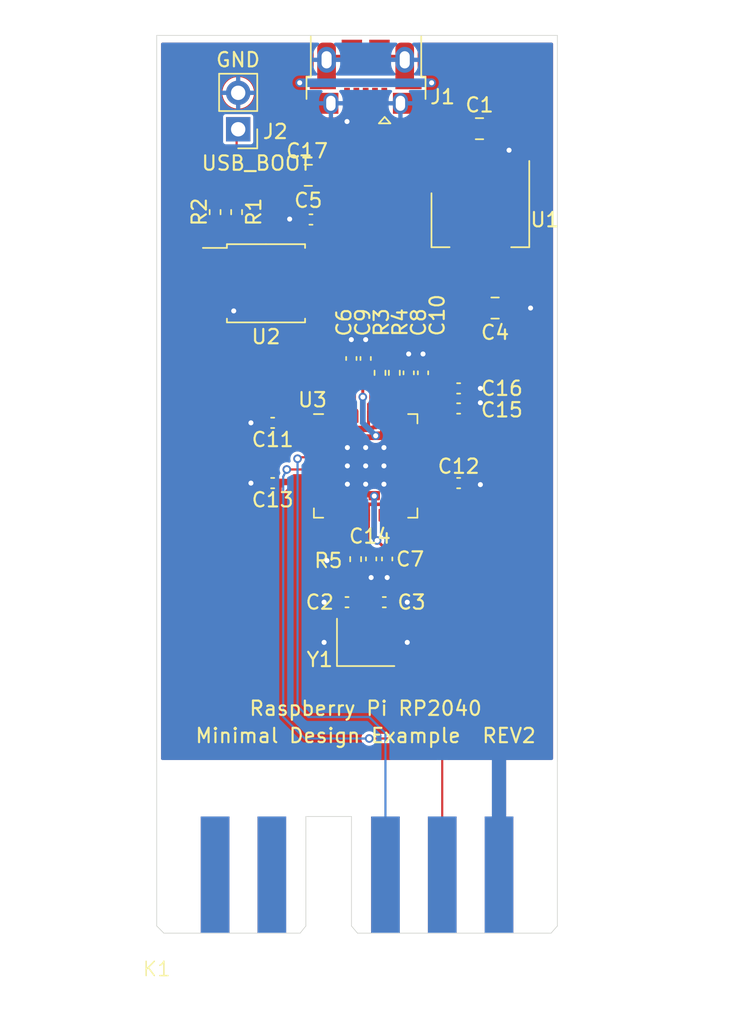
<source format=kicad_pcb>
(kicad_pcb (version 20240108) (generator "pcbnew") (generator_version "8.0")
  (title_block (title "RP2040 Minimal Design Example") (date "2024-01-16") (rev "REV2") (company "Raspberry Pi Ltd"))
  (layers (0 "F.Cu" signal) (31 "B.Cu" signal) (34 "B.Paste" user) (35 "F.Paste" user) (36 "B.SilkS" user "B.Silkscreen") (37 "F.SilkS" user "F.Silkscreen") (38 "B.Mask" user) (39 "F.Mask" user) (44 "Edge.Cuts" user))
  (net 0 "")
  (net 1 "GND")
  (net 2 "VBUS")
  (net 3 "/XIN")
  (net 4 "/XOUT")
  (net 5 "+3V3")
  (net 6 "+1V1")
  (net 8 "/~{USB_BOOT}")
  (net 9 "/GPIO15")
  (net 10 "/GPIO14")
  (net 11 "/GPIO13")
  (net 12 "/GPIO12")
  (net 13 "/GPIO11")
  (net 14 "/GPIO10")
  (net 15 "/GPIO9")
  (net 16 "/GPIO8")
  (net 17 "/GPIO7")
  (net 18 "/GPIO6")
  (net 19 "/GPIO3")
  (net 20 "/GPIO2")
  (net 21 "/GPIO1")
  (net 22 "/GPIO0")
  (net 23 "/GPIO29_ADC3")
  (net 24 "/GPIO28_ADC2")
  (net 25 "/GPIO27_ADC1")
  (net 26 "/GPIO26_ADC0")
  (net 27 "/GPIO25")
  (net 28 "/GPIO24")
  (net 29 "/GPIO23")
  (net 30 "/GPIO22")
  (net 31 "/GPIO21")
  (net 32 "/GPIO20")
  (net 33 "/GPIO19")
  (net 34 "/GPIO18")
  (net 35 "/GPIO17")
  (net 36 "/GPIO16")
  (net 37 "/RUN")
  (net 38 "/SWD")
  (net 39 "/SWCLK")
  (net 40 "/QSPI_SS")
  (net 41 "Net-(U3-USB_DP)")
  (net 42 "Net-(U3-USB_DM)")
  (net 43 "/QSPI_SD3")
  (net 44 "/QSPI_SCLK")
  (net 45 "/QSPI_SD0")
  (net 46 "/QSPI_SD2")
  (net 47 "/QSPI_SD1")
  (net 48 "/USB_D+")
  (net 49 "/USB_D-")
  (net 50 "Net-(C3-Pad1)")
  (net 52 "/SCL")
  (net 54 "/SDA")
  (footprint "Capacitor_SMD:C_0805_2012Metric" (layer "F.Cu") (at 109.025 89)
    (property "Reference" "C4" (at 0 1.7 0) (layer "F.SilkS"))
    (property "Value" "10u")
    (pad "1" smd roundrect (at -0.95 0) (size 1 1.45) (layers "F.Cu" "F.Paste" "F.Mask") (net 5 "+3V3"))
    (pad "2" smd roundrect (at 0.95 0) (size 1 1.45) (layers "F.Cu" "F.Paste" "F.Mask") (net 1 "GND"))
  )
  (footprint "RP2040_minimal:USB_Micro-B_Amphenol_10103594-0001LF_Horizontal_modified" (layer "F.Cu") (at 100 71.7 180)
    (property "Reference" "J1" (at -5.365 -2.58 180) (layer "F.SilkS"))
    (property "Value" "USB_B_Micro")
    (pad "1" smd rect (at -1.3 -2.825 270) (size 1.75 0.4) (layers "F.Cu" "F.Paste" "F.Mask") (net 2 "VBUS"))
    (pad "2" smd rect (at -0.65 -2.825 270) (size 1.75 0.4) (layers "F.Cu" "F.Paste" "F.Mask") (net 49 "/USB_D-"))
    (pad "3" smd rect (at 0 -2.825 270) (size 1.75 0.4) (layers "F.Cu" "F.Paste" "F.Mask") (net 48 "/USB_D+"))
    (pad "4" smd rect (at 0.65 -2.825 270) (size 1.75 0.4) (layers "F.Cu" "F.Paste" "F.Mask"))
    (pad "5" smd rect (at 1.3 -2.825 270) (size 1.75 0.4) (layers "F.Cu" "F.Paste" "F.Mask") (net 1 "GND"))
    (pad "6" smd rect (at -2.9875 -1.7 180) (size 1.825 0.7) (layers "F.Cu" "F.Paste" "F.Mask") (net 1 "GND"))
    (pad "6" smd rect (at -2.9 -3.03 180) (size 2 1.46) (layers "F.Cu" "F.Paste" "F.Mask") (net 1 "GND"))
    (pad "6" smd roundrect (at -2.725 -0.425 180) (size 1.3 3.25) (layers "F.Cu" "F.Paste" "F.Mask") (roundrect_rratio 0.296) (net 1 "GND"))
    (pad "6" thru_hole oval (at -2.725 0 270) (size 1.8 1.3) (drill oval 1.2 0.7) (layers "*.Cu" "*.Mask") (net 1 "GND"))
    (pad "6" thru_hole oval (at -2.425 -3.03 270) (size 1.45 1.05) (drill oval 1.05 0.65) (layers "*.Cu" "*.Mask") (net 1 "GND"))
    (pad "6" smd rect (at -0.9625 0.25 270) (size 2.4 1.425) (drill (offset 0.05 0)) (layers "F.Cu" "F.Paste" "F.Mask") (net 1 "GND"))
    (pad "6" smd rect (at 0.9625 0.25 270) (size 2.4 1.425) (drill (offset 0.05 0)) (layers "F.Cu" "F.Paste" "F.Mask") (net 1 "GND"))
    (pad "6" thru_hole oval (at 2.425 -3.03 270) (size 1.45 1.05) (drill oval 1.05 0.65) (layers "*.Cu" "*.Mask") (net 1 "GND"))
    (pad "6" smd roundrect (at 2.725 -0.425 180) (size 1.3 3.25) (layers "F.Cu" "F.Paste" "F.Mask") (roundrect_rratio 0.296) (net 1 "GND"))
    (pad "6" thru_hole oval (at 2.725 0 270) (size 1.8 1.3) (drill oval 1.2 0.7) (layers "*.Cu" "*.Mask") (net 1 "GND"))
    (pad "6" smd rect (at 2.9 -3.03 180) (size 2 1.46) (layers "F.Cu" "F.Paste" "F.Mask") (net 1 "GND"))
    (pad "6" smd rect (at 2.9875 -1.7 180) (size 1.825 0.7) (layers "F.Cu" "F.Paste" "F.Mask") (net 1 "GND"))
  )
  (footprint "Connector_PinHeader_2.54mm:PinHeader_1x02_P2.54mm_Vertical" (layer "F.Cu") (at 91.11 76.54 180)
    (property "Reference" "J2" (at -2.59 -0.16 0) (layer "F.SilkS"))
    (property "Value" "Conn_01x02")
    (pad "1" thru_hole rect (at 0 0 180) (size 1.7 1.7) (drill 1) (layers "*.Cu" "*.Mask") (net 8 "/~{USB_BOOT}"))
    (pad "2" thru_hole oval (at 0 2.54 180) (size 1.7 1.7) (drill 1) (layers "*.Cu" "*.Mask") (net 1 "GND"))
  )
  (footprint "Capacitor_SMD:C_0402_1005Metric" (layer "F.Cu") (at 104 93.515 90)
    (property "Reference" "C10" (at 4.015 0.99 90) (layer "F.SilkS"))
    (property "Value" "1u")
    (pad "1" smd roundrect (at -0.48 0 90) (size 0.56 0.62) (layers "F.Cu" "F.Paste" "F.Mask") (net 5 "+3V3"))
    (pad "2" smd roundrect (at 0.48 0 90) (size 0.56 0.62) (layers "F.Cu" "F.Paste" "F.Mask") (net 1 "GND"))
  )
  (footprint "Capacitor_SMD:C_0402_1005Metric" (layer "F.Cu") (at 103 93.515 90)
    (property "Reference" "C8" (at 3.515 0.69 90) (layer "F.SilkS"))
    (property "Value" "1u")
    (pad "1" smd roundrect (at -0.48 0 90) (size 0.56 0.62) (layers "F.Cu" "F.Paste" "F.Mask") (net 6 "+1V1"))
    (pad "2" smd roundrect (at 0.48 0 90) (size 0.56 0.62) (layers "F.Cu" "F.Paste" "F.Mask") (net 1 "GND"))
  )
  (footprint "Capacitor_SMD:C_0402_1005Metric" (layer "F.Cu") (at 93.515 101.2 180)
    (property "Reference" "C13" (at 0 -1.17 0) (layer "F.SilkS"))
    (property "Value" "100n")
    (pad "1" smd roundrect (at -0.48 0 180) (size 0.56 0.62) (layers "F.Cu" "F.Paste" "F.Mask") (net 5 "+3V3"))
    (pad "2" smd roundrect (at 0.48 0 180) (size 0.56 0.62) (layers "F.Cu" "F.Paste" "F.Mask") (net 1 "GND"))
  )
  (footprint "Capacitor_SMD:C_0402_1005Metric" (layer "F.Cu") (at 96.185 82.83 180)
    (property "Reference" "C5" (at 0.185 1.33 0) (layer "F.SilkS"))
    (property "Value" "100n")
    (pad "1" smd roundrect (at -0.48 0 180) (size 0.56 0.62) (layers "F.Cu" "F.Paste" "F.Mask") (net 5 "+3V3"))
    (pad "2" smd roundrect (at 0.48 0 180) (size 0.56 0.62) (layers "F.Cu" "F.Paste" "F.Mask") (net 1 "GND"))
  )
  (footprint "Resistor_SMD:R_0402_1005Metric" (layer "F.Cu") (at 89.5 82.315 -90)
    (property "Reference" "R2" (at -0.015 1.1 -90) (layer "F.SilkS"))
    (property "Value" "DNF")
    (pad "1" smd roundrect (at -0.51 0 270) (size 0.54 0.64) (layers "F.Cu" "F.Paste" "F.Mask") (net 5 "+3V3"))
    (pad "2" smd roundrect (at 0.51 0 270) (size 0.54 0.64) (layers "F.Cu" "F.Paste" "F.Mask") (net 40 "/QSPI_SS"))
  )
  (footprint "Package_TO_SOT_SMD:SOT-223-3_TabPin2" (layer "F.Cu") (at 108 82.85 -90)
    (property "Reference" "U1" (at 0 -4.5 180) (layer "F.SilkS"))
    (property "Value" "NCP1117-3.3_SOT223")
    (pad "1" smd rect (at -3.15 -2.3 270) (size 2 1.5) (layers "F.Cu" "F.Paste" "F.Mask") (net 1 "GND"))
    (pad "2" smd rect (at -3.15 0 270) (size 2 1.5) (layers "F.Cu" "F.Paste" "F.Mask") (net 5 "+3V3"))
    (pad "2" smd rect (at 3.15 0 270) (size 2 3.8) (layers "F.Cu" "F.Paste" "F.Mask") (net 5 "+3V3"))
    (pad "3" smd rect (at -3.15 2.3 270) (size 2 1.5) (layers "F.Cu" "F.Paste" "F.Mask") (net 2 "VBUS"))
  )
  (footprint "Package_SO:SOIC-8_5.23x5.23mm_P1.27mm" (layer "F.Cu") (at 93.05 87.275)
    (property "Reference" "U2" (at 0 3.725 0) (layer "F.SilkS"))
    (property "Value" "W25Q128JVS")
    (pad "1" smd roundrect (at -3.6 -1.905) (size 1.6 0.6) (layers "F.Cu" "F.Paste" "F.Mask") (net 40 "/QSPI_SS"))
    (pad "2" smd roundrect (at -3.6 -0.635) (size 1.6 0.6) (layers "F.Cu" "F.Paste" "F.Mask") (net 47 "/QSPI_SD1"))
    (pad "3" smd roundrect (at -3.6 0.635) (size 1.6 0.6) (layers "F.Cu" "F.Paste" "F.Mask") (net 46 "/QSPI_SD2"))
    (pad "4" smd roundrect (at -3.6 1.905) (size 1.6 0.6) (layers "F.Cu" "F.Paste" "F.Mask") (net 1 "GND"))
    (pad "5" smd roundrect (at 3.6 1.905) (size 1.6 0.6) (layers "F.Cu" "F.Paste" "F.Mask") (net 45 "/QSPI_SD0"))
    (pad "6" smd roundrect (at 3.6 0.635) (size 1.6 0.6) (layers "F.Cu" "F.Paste" "F.Mask") (net 44 "/QSPI_SCLK"))
    (pad "7" smd roundrect (at 3.6 -0.635) (size 1.6 0.6) (layers "F.Cu" "F.Paste" "F.Mask") (net 43 "/QSPI_SD3"))
    (pad "8" smd roundrect (at 3.6 -1.905) (size 1.6 0.6) (layers "F.Cu" "F.Paste" "F.Mask") (net 5 "+3V3"))
  )
  (footprint "Resistor_SMD:R_0402_1005Metric" (layer "F.Cu") (at 91 82.315 90)
    (property "Reference" "R1" (at 0.015 1.2 90) (layer "F.SilkS"))
    (property "Value" "1k")
    (pad "1" smd roundrect (at -0.51 0 90) (size 0.54 0.64) (layers "F.Cu" "F.Paste" "F.Mask") (net 40 "/QSPI_SS"))
    (pad "2" smd roundrect (at 0.51 0 90) (size 0.54 0.64) (layers "F.Cu" "F.Paste" "F.Mask") (net 8 "/~{USB_BOOT}"))
  )
  (footprint "Capacitor_SMD:C_0402_1005Metric" (layer "F.Cu") (at 100 92.515 90)
    (property "Reference" "C9" (at 2.515 -0.2 -90) (layer "F.SilkS"))
    (property "Value" "100n")
    (pad "1" smd roundrect (at -0.48 0 90) (size 0.56 0.62) (layers "F.Cu" "F.Paste" "F.Mask") (net 5 "+3V3"))
    (pad "2" smd roundrect (at 0.48 0 90) (size 0.56 0.62) (layers "F.Cu" "F.Paste" "F.Mask") (net 1 "GND"))
  )
  (footprint "Capacitor_SMD:C_0402_1005Metric" (layer "F.Cu") (at 106.485 101.2)
    (property "Reference" "C12" (at 0 -1.17 0) (layer "F.SilkS"))
    (property "Value" "100n")
    (pad "1" smd roundrect (at -0.48 0) (size 0.56 0.62) (layers "F.Cu" "F.Paste" "F.Mask") (net 5 "+3V3"))
    (pad "2" smd roundrect (at 0.48 0) (size 0.56 0.62) (layers "F.Cu" "F.Paste" "F.Mask") (net 1 "GND"))
  )
  (footprint "Capacitor_SMD:C_0402_1005Metric" (layer "F.Cu") (at 100.381 106.485 -90)
    (property "Reference" "C14" (at -1.585 0.081 180) (layer "F.SilkS"))
    (property "Value" "100n")
    (pad "1" smd roundrect (at -0.48 0 270) (size 0.56 0.62) (layers "F.Cu" "F.Paste" "F.Mask") (net 5 "+3V3"))
    (pad "2" smd roundrect (at 0.48 0 270) (size 0.56 0.62) (layers "F.Cu" "F.Paste" "F.Mask") (net 1 "GND"))
  )
  (footprint "Resistor_SMD:R_0402_1005Metric" (layer "F.Cu") (at 101 93.515 -90)
    (property "Reference" "R3" (at -3.515 -0.1 -90) (layer "F.SilkS"))
    (property "Value" "27")
    (pad "1" smd roundrect (at -0.51 0 270) (size 0.54 0.64) (layers "F.Cu" "F.Paste" "F.Mask") (net 48 "/USB_D+"))
    (pad "2" smd roundrect (at 0.51 0 270) (size 0.54 0.64) (layers "F.Cu" "F.Paste" "F.Mask") (net 41 "Net-(U3-USB_DP)"))
  )
  (footprint "Capacitor_SMD:C_0402_1005Metric" (layer "F.Cu") (at 101.5 106.485 -90)
    (property "Reference" "C7" (at 0.015 -1.6 180) (layer "F.SilkS"))
    (property "Value" "100n")
    (pad "1" smd roundrect (at -0.48 0 270) (size 0.56 0.62) (layers "F.Cu" "F.Paste" "F.Mask") (net 6 "+1V1"))
    (pad "2" smd roundrect (at 0.48 0 270) (size 0.56 0.62) (layers "F.Cu" "F.Paste" "F.Mask") (net 1 "GND"))
  )
  (footprint "Capacitor_SMD:C_0805_2012Metric" (layer "F.Cu") (at 107.9375 76.5)
    (property "Reference" "C1" (at 0 -1.65 0) (layer "F.SilkS"))
    (property "Value" "10u")
    (pad "1" smd roundrect (at -0.95 0) (size 1 1.45) (layers "F.Cu" "F.Paste" "F.Mask") (net 2 "VBUS"))
    (pad "2" smd roundrect (at 0.95 0) (size 1 1.45) (layers "F.Cu" "F.Paste" "F.Mask") (net 1 "GND"))
  )
  (footprint "Capacitor_SMD:C_0402_1005Metric" (layer "F.Cu") (at 93.515 97 180)
    (property "Reference" "C11" (at 0 -1.17 0) (layer "F.SilkS"))
    (property "Value" "100n")
    (pad "1" smd roundrect (at -0.48 0 180) (size 0.56 0.62) (layers "F.Cu" "F.Paste" "F.Mask") (net 5 "+3V3"))
    (pad "2" smd roundrect (at 0.48 0 180) (size 0.56 0.62) (layers "F.Cu" "F.Paste" "F.Mask") (net 1 "GND"))
  )
  (footprint "Capacitor_SMD:C_0402_1005Metric" (layer "F.Cu") (at 106.485 94.6)
    (property "Reference" "C16" (at 3.015 0 0) (layer "F.SilkS"))
    (property "Value" "100n")
    (pad "1" smd roundrect (at -0.48 0) (size 0.56 0.62) (layers "F.Cu" "F.Paste" "F.Mask") (net 5 "+3V3"))
    (pad "2" smd roundrect (at 0.48 0) (size 0.56 0.62) (layers "F.Cu" "F.Paste" "F.Mask") (net 1 "GND"))
  )
  (footprint "RP2040_minimal:RP2040-QFN-56" (layer "F.Cu") (at 100 100)
    (property "Reference" "U3" (at -3.71 -4.6 0) (layer "F.SilkS"))
    (property "Value" "RP2040")
    (pad "1" smd roundrect (at -3.4375 -2.6) (size 0.875 0.2) (layers "F.Cu" "F.Paste" "F.Mask") (net 5 "+3V3"))
    (pad "2" smd roundrect (at -3.4375 -2.2) (size 0.875 0.2) (layers "F.Cu" "F.Paste" "F.Mask") (net 22 "/GPIO0"))
    (pad "3" smd roundrect (at -3.4375 -1.8) (size 0.875 0.2) (layers "F.Cu" "F.Paste" "F.Mask") (net 21 "/GPIO1"))
    (pad "4" smd roundrect (at -3.4375 -1.4) (size 0.875 0.2) (layers "F.Cu" "F.Paste" "F.Mask") (net 20 "/GPIO2"))
    (pad "5" smd roundrect (at -3.4375 -1) (size 0.875 0.2) (layers "F.Cu" "F.Paste" "F.Mask") (net 19 "/GPIO3"))
    (pad "6" smd roundrect (at -3.4375 -0.6) (size 0.875 0.2) (layers "F.Cu" "F.Paste" "F.Mask") (net 54 "/SDA"))
    (pad "7" smd roundrect (at -3.4375 -0.2) (size 0.875 0.2) (layers "F.Cu" "F.Paste" "F.Mask") (net 52 "/SCL"))
    (pad "8" smd roundrect (at -3.4375 0.2) (size 0.875 0.2) (layers "F.Cu" "F.Paste" "F.Mask") (net 18 "/GPIO6"))
    (pad "9" smd roundrect (at -3.4375 0.6) (size 0.875 0.2) (layers "F.Cu" "F.Paste" "F.Mask") (net 17 "/GPIO7"))
    (pad "10" smd roundrect (at -3.4375 1) (size 0.875 0.2) (layers "F.Cu" "F.Paste" "F.Mask") (net 5 "+3V3"))
    (pad "11" smd roundrect (at -3.4375 1.4) (size 0.875 0.2) (layers "F.Cu" "F.Paste" "F.Mask") (net 16 "/GPIO8"))
    (pad "12" smd roundrect (at -3.4375 1.8) (size 0.875 0.2) (layers "F.Cu" "F.Paste" "F.Mask") (net 15 "/GPIO9"))
    (pad "13" smd roundrect (at -3.4375 2.2) (size 0.875 0.2) (layers "F.Cu" "F.Paste" "F.Mask") (net 14 "/GPIO10"))
    (pad "14" smd roundrect (at -3.4375 2.6) (size 0.875 0.2) (layers "F.Cu" "F.Paste" "F.Mask") (net 13 "/GPIO11"))
    (pad "15" smd roundrect (at -2.6 3.4375) (size 0.2 0.875) (layers "F.Cu" "F.Paste" "F.Mask") (net 12 "/GPIO12"))
    (pad "16" smd roundrect (at -2.2 3.4375) (size 0.2 0.875) (layers "F.Cu" "F.Paste" "F.Mask") (net 11 "/GPIO13"))
    (pad "17" smd roundrect (at -1.8 3.4375) (size 0.2 0.875) (layers "F.Cu" "F.Paste" "F.Mask") (net 10 "/GPIO14"))
    (pad "18" smd roundrect (at -1.4 3.4375) (size 0.2 0.875) (layers "F.Cu" "F.Paste" "F.Mask") (net 9 "/GPIO15"))
    (pad "19" smd roundrect (at -1 3.4375) (size 0.2 0.875) (layers "F.Cu" "F.Paste" "F.Mask") (net 1 "GND"))
    (pad "20" smd roundrect (at -0.6 3.4375) (size 0.2 0.875) (layers "F.Cu" "F.Paste" "F.Mask") (net 3 "/XIN"))
    (pad "21" smd roundrect (at -0.2 3.4375) (size 0.2 0.875) (layers "F.Cu" "F.Paste" "F.Mask") (net 4 "/XOUT"))
    (pad "22" smd roundrect (at 0.2 3.4375) (size 0.2 0.875) (layers "F.Cu" "F.Paste" "F.Mask") (net 5 "+3V3"))
    (pad "23" smd roundrect (at 0.6 3.4375) (size 0.2 0.875) (layers "F.Cu" "F.Paste" "F.Mask") (net 6 "+1V1"))
    (pad "24" smd roundrect (at 1 3.4375) (size 0.2 0.875) (layers "F.Cu" "F.Paste" "F.Mask") (net 39 "/SWCLK"))
    (pad "25" smd roundrect (at 1.4 3.4375) (size 0.2 0.875) (layers "F.Cu" "F.Paste" "F.Mask") (net 38 "/SWD"))
    (pad "26" smd roundrect (at 1.8 3.4375) (size 0.2 0.875) (layers "F.Cu" "F.Paste" "F.Mask") (net 37 "/RUN"))
    (pad "27" smd roundrect (at 2.2 3.4375) (size 0.2 0.875) (layers "F.Cu" "F.Paste" "F.Mask") (net 36 "/GPIO16"))
    (pad "28" smd roundrect (at 2.6 3.4375) (size 0.2 0.875) (layers "F.Cu" "F.Paste" "F.Mask") (net 35 "/GPIO17"))
    (pad "29" smd roundrect (at 3.4375 2.6) (size 0.875 0.2) (layers "F.Cu" "F.Paste" "F.Mask") (net 34 "/GPIO18"))
    (pad "30" smd roundrect (at 3.4375 2.2) (size 0.875 0.2) (layers "F.Cu" "F.Paste" "F.Mask") (net 33 "/GPIO19"))
    (pad "31" smd roundrect (at 3.4375 1.8) (size 0.875 0.2) (layers "F.Cu" "F.Paste" "F.Mask") (net 32 "/GPIO20"))
    (pad "32" smd roundrect (at 3.4375 1.4) (size 0.875 0.2) (layers "F.Cu" "F.Paste" "F.Mask") (net 31 "/GPIO21"))
    (pad "33" smd roundrect (at 3.4375 1) (size 0.875 0.2) (layers "F.Cu" "F.Paste" "F.Mask") (net 5 "+3V3"))
    (pad "34" smd roundrect (at 3.4375 0.6) (size 0.875 0.2) (layers "F.Cu" "F.Paste" "F.Mask") (net 30 "/GPIO22"))
    (pad "35" smd roundrect (at 3.4375 0.2) (size 0.875 0.2) (layers "F.Cu" "F.Paste" "F.Mask") (net 29 "/GPIO23"))
    (pad "36" smd roundrect (at 3.4375 -0.2) (size 0.875 0.2) (layers "F.Cu" "F.Paste" "F.Mask") (net 28 "/GPIO24"))
    (pad "37" smd roundrect (at 3.4375 -0.6) (size 0.875 0.2) (layers "F.Cu" "F.Paste" "F.Mask") (net 27 "/GPIO25"))
    (pad "38" smd roundrect (at 3.4375 -1) (size 0.875 0.2) (layers "F.Cu" "F.Paste" "F.Mask") (net 26 "/GPIO26_ADC0"))
    (pad "39" smd roundrect (at 3.4375 -1.4) (size 0.875 0.2) (layers "F.Cu" "F.Paste" "F.Mask") (net 25 "/GPIO27_ADC1"))
    (pad "40" smd roundrect (at 3.4375 -1.8) (size 0.875 0.2) (layers "F.Cu" "F.Paste" "F.Mask") (net 24 "/GPIO28_ADC2"))
    (pad "41" smd roundrect (at 3.4375 -2.2) (size 0.875 0.2) (layers "F.Cu" "F.Paste" "F.Mask") (net 23 "/GPIO29_ADC3"))
    (pad "42" smd roundrect (at 3.4375 -2.6) (size 0.875 0.2) (layers "F.Cu" "F.Paste" "F.Mask") (net 5 "+3V3"))
    (pad "43" smd roundrect (at 2.6 -3.4375) (size 0.2 0.875) (layers "F.Cu" "F.Paste" "F.Mask") (net 5 "+3V3"))
    (pad "44" smd roundrect (at 2.2 -3.4375) (size 0.2 0.875) (layers "F.Cu" "F.Paste" "F.Mask") (net 5 "+3V3"))
    (pad "45" smd roundrect (at 1.8 -3.4375) (size 0.2 0.875) (layers "F.Cu" "F.Paste" "F.Mask") (net 6 "+1V1"))
    (pad "46" smd roundrect (at 1.4 -3.4375) (size 0.2 0.875) (layers "F.Cu" "F.Paste" "F.Mask") (net 42 "Net-(U3-USB_DM)"))
    (pad "47" smd roundrect (at 1 -3.4375) (size 0.2 0.875) (layers "F.Cu" "F.Paste" "F.Mask") (net 41 "Net-(U3-USB_DP)"))
    (pad "48" smd roundrect (at 0.6 -3.4375) (size 0.2 0.875) (layers "F.Cu" "F.Paste" "F.Mask") (net 5 "+3V3"))
    (pad "49" smd roundrect (at 0.2 -3.4375) (size 0.2 0.875) (layers "F.Cu" "F.Paste" "F.Mask") (net 5 "+3V3"))
    (pad "50" smd roundrect (at -0.2 -3.4375) (size 0.2 0.875) (layers "F.Cu" "F.Paste" "F.Mask") (net 6 "+1V1"))
    (pad "51" smd roundrect (at -0.6 -3.4375) (size 0.2 0.875) (layers "F.Cu" "F.Paste" "F.Mask") (net 43 "/QSPI_SD3"))
    (pad "52" smd roundrect (at -1 -3.4375) (size 0.2 0.875) (layers "F.Cu" "F.Paste" "F.Mask") (net 44 "/QSPI_SCLK"))
    (pad "53" smd roundrect (at -1.4 -3.4375) (size 0.2 0.875) (layers "F.Cu" "F.Paste" "F.Mask") (net 45 "/QSPI_SD0"))
    (pad "54" smd roundrect (at -1.8 -3.4375) (size 0.2 0.875) (layers "F.Cu" "F.Paste" "F.Mask") (net 46 "/QSPI_SD2"))
    (pad "55" smd roundrect (at -2.2 -3.4375) (size 0.2 0.875) (layers "F.Cu" "F.Paste" "F.Mask") (net 47 "/QSPI_SD1"))
    (pad "56" smd roundrect (at -2.6 -3.4375) (size 0.2 0.875) (layers "F.Cu" "F.Paste" "F.Mask") (net 40 "/QSPI_SS"))
    (pad "57" thru_hole circle (at -1.275 -1.275) (size 0.6 0.6) (drill 0.35) (layers "*.Cu") (net 1 "GND"))
    (pad "57" thru_hole circle (at -1.275 0) (size 0.6 0.6) (drill 0.35) (layers "*.Cu") (net 1 "GND"))
    (pad "57" thru_hole circle (at -1.275 1.275) (size 0.6 0.6) (drill 0.35) (layers "*.Cu") (net 1 "GND"))
    (pad "57" thru_hole circle (at 0 -1.275) (size 0.6 0.6) (drill 0.35) (layers "*.Cu") (net 1 "GND"))
    (pad "57" thru_hole circle (at 0 0) (size 0.6 0.6) (drill 0.35) (layers "*.Cu") (net 1 "GND"))
    (pad "57" smd roundrect (at 0 0) (size 3.2 3.2) (layers "F.Cu" "F.Mask") (roundrect_rratio 0.045) (net 1 "GND"))
    (pad "57" thru_hole circle (at 0 1.275) (size 0.6 0.6) (drill 0.35) (layers "*.Cu") (net 1 "GND"))
    (pad "57" thru_hole circle (at 1.275 -1.275) (size 0.6 0.6) (drill 0.35) (layers "*.Cu") (net 1 "GND"))
    (pad "57" thru_hole circle (at 1.275 0) (size 0.6 0.6) (drill 0.35) (layers "*.Cu") (net 1 "GND"))
    (pad "57" thru_hole circle (at 1.275 1.275) (size 0.6 0.6) (drill 0.35) (layers "*.Cu") (net 1 "GND"))
  )
  (footprint "Resistor_SMD:R_0402_1005Metric" (layer "F.Cu") (at 102 93.515 -90)
    (property "Reference" "R4" (at -3.515 -0.4 90) (layer "F.SilkS"))
    (property "Value" "27")
    (pad "1" smd roundrect (at -0.51 0 270) (size 0.54 0.64) (layers "F.Cu" "F.Paste" "F.Mask") (net 49 "/USB_D-"))
    (pad "2" smd roundrect (at 0.51 0 270) (size 0.54 0.64) (layers "F.Cu" "F.Paste" "F.Mask") (net 42 "Net-(U3-USB_DM)"))
  )
  (footprint "Capacitor_SMD:C_0402_1005Metric" (layer "F.Cu") (at 99 92.515 90)
    (property "Reference" "C6" (at 2.515 -0.51 90) (layer "F.SilkS"))
    (property "Value" "100n")
    (pad "1" smd roundrect (at -0.48 0 90) (size 0.56 0.62) (layers "F.Cu" "F.Paste" "F.Mask") (net 6 "+1V1"))
    (pad "2" smd roundrect (at 0.48 0 90) (size 0.56 0.62) (layers "F.Cu" "F.Paste" "F.Mask") (net 1 "GND"))
  )
  (footprint "Capacitor_SMD:C_0402_1005Metric" (layer "F.Cu") (at 106.485 96)
    (property "Reference" "C15" (at 3.015 0.1 0) (layer "F.SilkS"))
    (property "Value" "100n")
    (pad "1" smd roundrect (at -0.48 0) (size 0.56 0.62) (layers "F.Cu" "F.Paste" "F.Mask") (net 5 "+3V3"))
    (pad "2" smd roundrect (at 0.48 0) (size 0.56 0.62) (layers "F.Cu" "F.Paste" "F.Mask") (net 1 "GND"))
  )
  (footprint "Capacitor_SMD:C_0805_2012Metric" (layer "F.Cu") (at 96 79.75 180)
    (property "Reference" "C17" (at 0.085 1.7 180) (layer "F.SilkS"))
    (property "Value" "10u")
    (pad "1" smd roundrect (at -0.95 0 180) (size 1 1.45) (layers "F.Cu" "F.Paste" "F.Mask") (net 5 "+3V3"))
    (pad "2" smd roundrect (at 0.95 0 180) (size 1 1.45) (layers "F.Cu" "F.Paste" "F.Mask") (net 1 "GND"))
  )
  (footprint "12PinFootprint:12_Pin_Edge_Connector" (layer "F.Cu") (at 85.43 120.565)
    (property "Reference" "K1" (at 0 14.5 0) (layer "F.SilkS") (effects (font (thickness 0.1))))
    (property "Value" "~")
    (fp_line (start 0 0) (end 0 11.5) (stroke (width 0.05)) (layer "Edge.Cuts"))
    (fp_line (start 0 11.5) (end 0.5 12) (stroke (width 0.05)) (layer "Edge.Cuts"))
    (fp_line (start 10 12) (end 0.5 12) (stroke (width 0.05)) (layer "Edge.Cuts"))
    (fp_line (start 10 12) (end 10.4 11.5) (stroke (width 0.05)) (layer "Edge.Cuts"))
    (fp_line (start 10.4 3.87) (end 10.4 11.5) (stroke (width 0.05)) (layer "Edge.Cuts"))
    (fp_line (start 13.58 3.87) (end 10.4 3.87) (stroke (width 0.05)) (layer "Edge.Cuts"))
    (fp_line (start 13.58 11.5) (end 13.58 3.87) (stroke (width 0.05)) (layer "Edge.Cuts"))
    (fp_line (start 13.58 11.5) (end 14 12) (stroke (width 0.05)) (layer "Edge.Cuts"))
    (fp_line (start 27.5 12) (end 14 12) (stroke (width 0.05)) (layer "Edge.Cuts"))
    (fp_line (start 27.5 12) (end 27.94 11.5) (stroke (width 0.05)) (layer "Edge.Cuts"))
    (fp_line (start 27.94 0) (end 27.94 11.5) (stroke (width 0.05)) (layer "Edge.Cuts"))
    (pad "1" smd rect (at 23.87 7.935) (size 2 8.13) (layers "F.Cu" "F.Paste" "F.Mask") (net 5 "+3V3"))
    (pad "2" smd rect (at 19.91 7.935) (size 2 8.13) (layers "F.Cu" "F.Paste" "F.Mask") (net 52 "/SCL"))
    (pad "3" smd rect (at 15.95 7.935) (size 2 8.13) (layers "F.Cu" "F.Paste" "F.Mask"))
    (pad "4" smd rect (at 8.03 7.935) (size 2 8.13) (layers "F.Cu" "F.Paste" "F.Mask"))
    (pad "5" smd rect (at 4.07 7.935) (size 2 8.13) (layers "F.Cu" "F.Paste" "F.Mask"))
    (pad "6" smd rect (at 23.87 7.935) (size 2 8.13) (layers "B.Cu" "F.Paste" "F.Mask") (net 1 "GND"))
    (pad "7" smd rect (at 19.91 7.935) (size 2 8.13) (layers "B.Cu" "F.Paste" "F.Mask"))
    (pad "8" smd rect (at 15.95 7.935) (size 2 8.13) (layers "B.Cu" "F.Paste" "F.Mask") (net 54 "/SDA"))
    (pad "9" smd rect (at 8.03 7.935) (size 2 8.13) (layers "B.Cu" "F.Paste" "F.Mask"))
    (pad "10" smd rect (at 4.07 7.935) (size 2 8.13) (layers "B.Cu" "F.Paste" "F.Mask"))
  )
  (footprint "Capacitor_SMD:C_0402_1005Metric" (layer "F.Cu") (at 98.7 109.5 180)
    (property "Reference" "C2" (at 1.9 0 0) (layer "F.SilkS"))
    (property "Value" "15p")
    (pad "1" smd roundrect (at -0.48 0 180) (size 0.56 0.62) (layers "F.Cu" "F.Paste" "F.Mask") (net 3 "/XIN"))
    (pad "2" smd roundrect (at 0.48 0 180) (size 0.56 0.62) (layers "F.Cu" "F.Paste" "F.Mask") (net 1 "GND"))
  )
  (footprint "Capacitor_SMD:C_0402_1005Metric" (layer "F.Cu") (at 101.3 109.5)
    (property "Reference" "C3" (at 1.9 0 0) (layer "F.SilkS"))
    (property "Value" "15p")
    (pad "1" smd roundrect (at -0.48 0) (size 0.56 0.62) (layers "F.Cu" "F.Paste" "F.Mask") (net 50 "Net-(C3-Pad1)"))
    (pad "2" smd roundrect (at 0.48 0) (size 0.56 0.62) (layers "F.Cu" "F.Paste" "F.Mask") (net 1 "GND"))
  )
  (footprint "Crystal:Crystal_SMD_3225-4Pin_3.2x2.5mm" (layer "F.Cu") (at 100 112.3)
    (property "Reference" "Y1" (at -3.2 1.2 0) (layer "F.SilkS"))
    (property "Value" "ABM8-272-T3")
    (pad "1" smd rect (at -1.1 0.85) (size 1.4 1.2) (layers "F.Cu" "F.Paste" "F.Mask") (net 3 "/XIN"))
    (pad "2" smd rect (at 1.1 0.85) (size 1.4 1.2) (layers "F.Cu" "F.Paste" "F.Mask") (net 1 "GND"))
    (pad "3" smd rect (at 1.1 -0.85) (size 1.4 1.2) (layers "F.Cu" "F.Paste" "F.Mask") (net 50 "Net-(C3-Pad1)"))
    (pad "4" smd rect (at -1.1 -0.85) (size 1.4 1.2) (layers "F.Cu" "F.Paste" "F.Mask") (net 1 "GND"))
  )
  (footprint "Resistor_SMD:R_0402_1005Metric" (layer "F.Cu") (at 99.3 106.5 -90)
    (property "Reference" "R5" (at 0.1 1.9 180) (layer "F.SilkS"))
    (property "Value" "1k")
    (pad "1" smd roundrect (at -0.51 0 270) (size 0.54 0.64) (layers "F.Cu" "F.Paste" "F.Mask") (net 4 "/XOUT"))
    (pad "2" smd roundrect (at 0.51 0 270) (size 0.54 0.64) (layers "F.Cu" "F.Paste" "F.Mask") (net 50 "Net-(C3-Pad1)"))
  )
  (gr_line (start 85.43 120.565) (end 85.43 70) (stroke (width 0.05)) (layer "Edge.Cuts"))
  (gr_line (start 113.37 120.565) (end 113.37 70) (stroke (width 0.05)) (layer "Edge.Cuts"))
  (gr_line (start 85.43 70) (end 113.37 70) (stroke (width 0.05)) (layer "Edge.Cuts"))
  (gr_text "Raspberry Pi RP2040" (at 100 116.9 0) (layer "F.SilkS") (effects (font (size 1 1))))
  (gr_text "Minimal Design Example  REV2" (at 100 118.8 0) (layer "F.SilkS") (effects (font (size 1 1))))
  (gr_text "GND" (at 91.1 71.7 0) (layer "F.SilkS") (effects (font (size 1 1))))
  (gr_text "\nUSB_BOOT" (at 92.38 78.1 0) (layer "F.SilkS") (effects (font (size 1 1))))
  (segment (start 93.03 101.2) (end 92 101.2) (width 0.2) (layer "F.Cu") (net 1))
  (segment (start 104 93.03) (end 104 92.2) (width 0.2) (layer "F.Cu") (net 1))
  (segment (start 106.97 101.2) (end 107.075 101.305) (width 0.2) (layer "F.Cu") (net 1))
  (segment (start 106.97 94.6) (end 108 94.6) (width 0.2) (layer "F.Cu") (net 1))
  (segment (start 98.7 74.6) (end 98.7 76) (width 0.2) (layer "F.Cu") (net 1))
  (segment (start 107.075 101.305) (end 108 101.305) (width 0.2) (layer "F.Cu") (net 1))
  (segment (start 110.3 79.7) (end 110.3 78.3) (width 0.2) (layer "F.Cu") (net 1))
  (segment (start 102.46 71.45) (end 102.73 71.72) (width 0.2) (layer "F.Cu") (net 1))
  (segment (start 110.3 78.3) (end 110 78) (width 0.2) (layer "F.Cu") (net 1))
  (segment (start 95.375 82.8) (end 94.7 82.8) (width 0.2) (layer "F.Cu") (net 1))
  (segment (start 94.7 82.8) (end 95.05 82.45) (width 0.2) (layer "F.Cu") (net 1))
  (segment (start 101.5 106.97) (end 101.5 107.782004) (width 0.2) (layer "F.Cu") (net 1))
  (segment (start 106.97 96) (end 107.6 96) (width 0.15) (layer "F.Cu") (net 1))
  (segment (start 97.54 71.45) (end 97.27 71.72) (width 0.2) (layer "F.Cu") (net 1))
  (segment (start 108.875 76.875) (end 110 78) (width 0.2) (layer "F.Cu") (net 1))
  (segment (start 89.45 89.18) (end 90.78 89.18) (width 0.2) (layer "F.Cu") (net 1))
  (segment (start 110.05 89) (end 111.5 89) (width 0.2) (layer "F.Cu") (net 1))
  (segment (start 99 104.6545) (end 99 103.4375) (width 0.15) (layer "F.Cu") (net 1))
  (segment (start 99.04 71.45) (end 97.54 71.45) (width 0.2) (layer "F.Cu") (net 1))
  (segment (start 97.3 106.6) (end 97.3 106.3545) (width 0.15) (layer "F.Cu") (net 1))
  (segment (start 95.05 82.45) (end 95.05 79.75) (width 0.2) (layer "F.Cu") (net 1))
  (segment (start 99 92.03) (end 99 91.200008) (width 0.2) (layer "F.Cu") (net 1))
  (segment (start 107.6 96) (end 108 95.6) (width 0.15) (layer "F.Cu") (net 1))
  (segment (start 95.7 82.83) (end 95.405 82.83) (width 0.2) (layer "F.Cu") (net 1))
  (segment (start 100.381 107.781984) (end 100.380994 107.78199) (width 0.2) (layer "F.Cu") (net 1))
  (segment (start 100.381 106.97) (end 100.381 107.781984) (width 0.2) (layer "F.Cu") (net 1))
  (segment (start 100 92.03) (end 100 91.2) (width 0.2) (layer "F.Cu") (net 1))
  (segment (start 103 93.03) (end 103 92.2) (width 0.2) (layer "F.Cu") (net 1))
  (segment (start 93.03 97) (end 92 97) (width 0.2) (layer "F.Cu") (net 1))
  (segment (start 95.405 82.83) (end 95.375 82.8) (width 0.2) (layer "F.Cu") (net 1))
  (segment (start 90.78 89.18) (end 90.8 89.2) (width 0.2) (layer "F.Cu") (net 1))
  (segment (start 97.3 106.3545) (end 99 104.6545) (width 0.15) (layer "F.Cu") (net 1))
  (segment (start 100.96 71.45) (end 102.46 71.45) (width 0.2) (layer "F.Cu") (net 1))
  (segment (start 108.875 76.5) (end 108.875 76.875) (width 0.2) (layer "F.Cu") (net 1))
  (via (at 97.1 112.3) (size 0.6) (drill 0.35) (layers "F.Cu" "B.Cu") (net 1))
  (via (at 97.1 109.5) (size 0.6) (drill 0.35) (layers "F.Cu" "B.Cu") (net 1))
  (via (at 102.9 109.5) (size 0.6) (drill 0.35) (layers "F.Cu" "B.Cu") (net 1))
  (via (at 99 91.200008) (size 0.6) (drill 0.35) (layers "F.Cu" "B.Cu") (net 1))
  (via (at 97.3 106.6) (size 0.6) (drill 0.35) (layers "F.Cu" "B.Cu") (net 1))
  (via (at 92 97) (size 0.6) (drill 0.35) (layers "F.Cu" "B.Cu") (net 1))
  (via (at 98.7 76) (size 0.6) (drill 0.35) (layers "F.Cu" "B.Cu") (net 1))
  (via (at 108 101.305) (size 0.6) (drill 0.35) (layers "F.Cu" "B.Cu") (net 1))
  (via (at 101.5 107.782004) (size 0.6) (drill 0.35) (layers "F.Cu" "B.Cu") (net 1))
  (via (at 102.9 112.3) (size 0.6) (drill 0.35) (layers "F.Cu" "B.Cu") (net 1))
  (via (at 92 101.2) (size 0.6) (drill 0.35) (layers "F.Cu" "B.Cu") (net 1))
  (via (at 108 94.6) (size 0.6) (drill 0.35) (layers "F.Cu" "B.Cu") (net 1))
  (via (at 111.5 89) (size 0.6) (drill 0.35) (layers "F.Cu" "B.Cu") (net 1))
  (via (at 103 92.2) (size 0.6) (drill 0.35) (layers "F.Cu" "B.Cu") (net 1))
  (via (at 94.7 82.8) (size 0.6) (drill 0.35) (layers "F.Cu" "B.Cu") (net 1))
  (via (at 100.380994 107.78199) (size 0.6) (drill 0.35) (layers "F.Cu" "B.Cu") (net 1))
  (via (at 108 95.6) (size 0.6) (drill 0.35) (layers "F.Cu" "B.Cu") (net 1))
  (via (at 90.8 89.2) (size 0.6) (drill 0.35) (layers "F.Cu" "B.Cu") (net 1))
  (via (at 104 92.2) (size 0.6) (drill 0.35) (layers "F.Cu" "B.Cu") (net 1))
  (via (at 110 78) (size 0.6) (drill 0.35) (layers "F.Cu" "B.Cu") (net 1))
  (via (at 100 91.2) (size 0.6) (drill 0.35) (layers "F.Cu" "B.Cu") (net 1))
  (segment (start 109.3 128.5) (end 109.3 116.95) (width 1) (layer "B.Cu") (net 1))
  (segment (start 103.299999 92.499999) (end 103 92.2) (width 0.2) (layer "B.Cu") (net 1))
  (segment (start 104 93) (end 103.8 93) (width 0.2) (layer "B.Cu") (net 1))
  (segment (start 103.8 93) (end 103.299999 92.499999) (width 0.2) (layer "B.Cu") (net 1))
  (segment (start 101.3 74.525) (end 101.3 75.5) (width 0.4) (layer "F.Cu") (net 2))
  (segment (start 101.3 75.5) (end 102.1 76.3) (width 0.4) (layer "F.Cu") (net 2))
  (segment (start 99.4 104.937861) (end 98.6 105.737861) (width 0.15) (layer "F.Cu") (net 3))
  (segment (start 99.4 103.4375) (end 99.4 104.937861) (width 0.15) (layer "F.Cu") (net 3))
  (segment (start 98.6 108.92) (end 99.18 109.5) (width 0.15) (layer "F.Cu") (net 3))
  (segment (start 99.18 109.5) (end 100 110.32) (width 0.15) (layer "F.Cu") (net 3))
  (segment (start 98.6 105.737861) (end 98.6 108.92) (width 0.15) (layer "F.Cu") (net 3))
  (segment (start 100 112.3) (end 99.15 113.15) (width 0.15) (layer "F.Cu") (net 3))
  (segment (start 99.15 113.15) (end 98.9 113.15) (width 0.15) (layer "F.Cu") (net 3))
  (segment (start 100 110.32) (end 100 112.3) (width 0.15) (layer "F.Cu") (net 3))
  (segment (start 99.8 105.1) (end 99.3 105.6) (width 0.15) (layer "F.Cu") (net 4))
  (segment (start 99.3 105.6) (end 99.3 105.99) (width 0.15) (layer "F.Cu") (net 4))
  (segment (start 99.8 103.4375) (end 99.8 105.1) (width 0.15) (layer "F.Cu") (net 4))
  (segment (start 96.5625 101) (end 94.2 101) (width 0.2) (layer "F.Cu") (net 5))
  (segment (start 100.2 102.8) (end 100 102.6) (width 0.2) (layer "F.Cu") (net 5))
  (segment (start 94.2 101) (end 94 101.2) (width 0.2) (layer "F.Cu") (net 5))
  (segment (start 100.9525 106.2515) (end 100.9525 108.163) (width 0.15) (layer "F.Cu") (net 5))
  (segment (start 103.4375 101) (end 102.6 101) (width 0.2) (layer "F.Cu") (net 5))
  (segment (start 100.2 95.7) (end 100.2 96.5625) (width 0.2) (layer "F.Cu") (net 5))
  (segment (start 96.5625 101) (end 97.4 101) (width 0.2) (layer "F.Cu") (net 5))
  (segment (start 100.2 105.5055) (end 100.381 105.6865) (width 0.2) (layer "F.Cu") (net 5))
  (segment (start 100.6 95.799998) (end 100.350001 95.549999) (width 0.2) (layer "F.Cu") (net 5))
  (segment (start 100.381 106) (end 100.701 106) (width 0.15) (layer "F.Cu") (net 5))
  (segment (start 100.6 97.2) (end 100.4 97.4) (width 0.2) (layer "F.Cu") (net 5))
  (segment (start 103.4375 101) (end 105.8 101) (width 0.2) (layer "F.Cu") (net 5))
  (segment (start 101.096505 108.307005) (end 102.141995 108.307005) (width 0.15) (layer "F.Cu") (net 5))
  (segment (start 100.701 106) (end 100.9525 106.2515) (width 0.15) (layer "F.Cu") (net 5))
  (segment (start 100.350001 94.112535) (end 100.350001 95.549999) (width 0.2) (layer "F.Cu") (net 5))
  (segment (start 100.2 103.4375) (end 100.2 105.5055) (width 0.2) (layer "F.Cu") (net 5))
  (segment (start 105.8 101) (end 106 101.2) (width 0.2) (layer "F.Cu") (net 5))
  (segment (start 96.5625 97.4) (end 97.4 97.4) (width 0.2) (layer "F.Cu") (net 5))
  (segment (start 100 93) (end 100 93.762534) (width 0.2) (layer "F.Cu") (net 5))
  (segment (start 100.6 96.5625) (end 100.6 97.2) (width 0.2) (layer "F.Cu") (net 5))
  (segment (start 100.9525 108.163) (end 101.096505 108.307005) (width 0.15) (layer "F.Cu") (net 5))
  (segment (start 100.6 96.5625) (end 100.6 95.799998) (width 0.2) (layer "F.Cu") (net 5))
  (segment (start 109.3 128.5) (end 109.3 117.05) (width 1) (layer "F.Cu") (net 5))
  (segment (start 100.2 96.5625) (end 100.2 97.4) (width 0.2) (layer "F.Cu") (net 5))
  (segment (start 108 86) (end 108 89) (width 0.2) (layer "F.Cu") (net 5))
  (segment (start 100.381 105.6865) (end 100.381 106) (width 0.2) (layer "F.Cu") (net 5))
  (segment (start 100.350001 95.549999) (end 100.2 95.7) (width 0.2) (layer "F.Cu") (net 5))
  (segment (start 102.2 96.1) (end 103.6 94.7) (width 0.2) (layer "F.Cu") (net 5))
  (segment (start 100.2 97.4) (end 100.2 97) (width 0.2) (layer "F.Cu") (net 5))
  (segment (start 109.3 117.05) (end 109.25 117) (width 0.15) (layer "F.Cu") (net 5))
  (segment (start 100 93.762534) (end 100.350001 94.112535) (width 0.2) (layer "F.Cu") (net 5))
  (segment (start 96.65 85.37) (end 96.65 82.85) (width 0.2) (layer "F.Cu") (net 5))
  (segment (start 100.2 103.4375) (end 100.2 102.8) (width 0.2) (layer "F.Cu") (net 5))
  (segment (start 102.2 96.5625) (end 102.2 96.1) (width 0.2) (layer "F.Cu") (net 5))
  (segment (start 96.65 82.85) (end 96.67 82.83) (width 0.2) (layer "F.Cu") (net 5))
  (segment (start 96.5625 97.4) (end 95.7 97.4) (width 0.2) (layer "F.Cu") (net 5))
  (via (at 104.6 73.3) (size 0.6) (drill 0.35) (layers "F.Cu" "B.Cu") (net 5))
  (via (at 95.4 73.3) (size 0.6) (drill 0.35) (layers "F.Cu" "B.Cu") (net 5))
  (segment (start 104.6 73.3) (end 95.4 73.3) (width 0.6) (layer "B.Cu") (net 5))
  (segment (start 99.8 96.5625) (end 99.8 95.199994) (width 0.2) (layer "F.Cu") (net 6))
  (segment (start 101.8 95.8) (end 103 94.6) (width 0.2) (layer "F.Cu") (net 6))
  (segment (start 99 93.295) (end 99.8 94.095) (width 0.2) (layer "F.Cu") (net 6))
  (segment (start 101.5 105.9) (end 100.8 105.2) (width 0.2) (layer "F.Cu") (net 6))
  (segment (start 100.6 105) (end 100.8 105.2) (width 0.2) (layer "F.Cu") (net 6))
  (segment (start 99.8 94.095) (end 99.8 94.77573) (width 0.2) (layer "F.Cu") (net 6))
  (segment (start 101.5 106) (end 101.5 105.9) (width 0.2) (layer "F.Cu") (net 6))
  (segment (start 101.8 96.5625) (end 101.8 95.8) (width 0.2) (layer "F.Cu") (net 6))
  (segment (start 101.8 96.5625) (end 101.8 97.4) (width 0.2) (layer "F.Cu") (net 6))
  (segment (start 99 93) (end 99 93.295) (width 0.2) (layer "F.Cu") (net 6))
  (segment (start 99.8 94.77573) (end 99.8 95.199994) (width 0.2) (layer "F.Cu") (net 6))
  (segment (start 103 94.6) (end 103 94) (width 0.2) (layer "F.Cu") (net 6))
  (segment (start 100.6 103.4375) (end 100.6 105) (width 0.2) (layer "F.Cu") (net 6))
  (via (at 99.8 95.199994) (size 0.6) (drill 0.35) (layers "F.Cu" "B.Cu") (net 6))
  (via (at 100.7 97.9) (size 0.6) (drill 0.35) (layers "F.Cu" "B.Cu") (net 6))
  (via (at 100.8 105.2) (size 0.6) (drill 0.35) (layers "F.Cu" "B.Cu") (net 6))
  (via (at 100.59997 102.1) (size 0.6) (drill 0.35) (layers "F.Cu" "B.Cu") (net 6))
  (segment (start 100.8 105.2) (end 100.59 104.99) (width 0.4) (layer "B.Cu") (net 6))
  (segment (start 100.59 104.99) (end 100.59 102.10997) (width 0.4) (layer "B.Cu") (net 6))
  (segment (start 100.59 102.10997) (end 100.59997 102.1) (width 0.4) (layer "B.Cu") (net 6))
  (segment (start 99.8 97.01) (end 100.69 97.9) (width 0.4) (layer "B.Cu") (net 6))
  (segment (start 99.8 95.199994) (end 99.8 97.01) (width 0.4) (layer "B.Cu") (net 6))
  (segment (start 100.69 97.9) (end 100.7 97.9) (width 0.4) (layer "B.Cu") (net 6))
  (segment (start 91 76.65) (end 91.11 76.54) (width 0.15) (layer "F.Cu") (net 8))
  (segment (start 91 81.83) (end 91 76.65) (width 0.15) (layer "F.Cu") (net 8))
  (segment (start 97.4 96.4) (end 97.4 96.6) (width 0.15) (layer "F.Cu") (net 40))
  (segment (start 89.45 82.85) (end 89.5 82.8) (width 0.15) (layer "F.Cu") (net 40))
  (segment (start 88.6 91.3) (end 92.3 91.3) (width 0.15) (layer "F.Cu") (net 40))
  (segment (start 87.5 86.8) (end 87.5 90.2) (width 0.15) (layer "F.Cu") (net 40))
  (segment (start 92.3 91.3) (end 97.4 96.4) (width 0.15) (layer "F.Cu") (net 40))
  (segment (start 89.45 85.37) (end 88.93 85.37) (width 0.15) (layer "F.Cu") (net 40))
  (segment (start 87.5 90.2) (end 88.6 91.3) (width 0.15) (layer "F.Cu") (net 40))
  (segment (start 88.93 85.37) (end 87.5 86.8) (width 0.15) (layer "F.Cu") (net 40))
  (segment (start 89.45 85.37) (end 89.45 82.85) (width 0.15) (layer "F.Cu") (net 40))
  (segment (start 89.5 82.8) (end 91 82.8) (width 0.15) (layer "F.Cu") (net 40))
  (segment (start 97.4 96.6) (end 97.4 96.6275) (width 0.15) (layer "F.Cu") (net 40))
  (segment (start 101 96.5625) (end 101 94) (width 0.2) (layer "F.Cu") (net 41))
  (segment (start 101.4 95.3) (end 102 94.7) (width 0.2) (layer "F.Cu") (net 42))
  (segment (start 101.4 96.5625) (end 101.4 95.3) (width 0.2) (layer "F.Cu") (net 42))
  (segment (start 102 94.7) (end 102 94) (width 0.2) (layer "F.Cu") (net 42))
  (segment (start 98.4 87.8) (end 97.24 86.64) (width 0.15) (layer "F.Cu") (net 43))
  (segment (start 99.251321 95.976321) (end 99.251321 94.251321) (width 0.15) (layer "F.Cu") (net 43))
  (segment (start 97.9 92.9) (end 97.9 91.1) (width 0.15) (layer "F.Cu") (net 43))
  (segment (start 99.4 96.125) (end 99.251321 95.976321) (width 0.15) (layer "F.Cu") (net 43))
  (segment (start 99.4 96.5625) (end 99.4 96.125) (width 0.15) (layer "F.Cu") (net 43))
  (segment (start 98.4 90.6) (end 98.4 87.8) (width 0.15) (layer "F.Cu") (net 43))
  (segment (start 99.251321 94.251321) (end 97.9 92.9) (width 0.15) (layer "F.Cu") (net 43))
  (segment (start 97.9 91.1) (end 98.4 90.6) (width 0.15) (layer "F.Cu") (net 43))
  (segment (start 97.24 86.64) (end 96.65 86.64) (width 0.15) (layer "F.Cu") (net 43))
  (segment (start 97.8 88.5) (end 97.21 87.91) (width 0.15) (layer "F.Cu") (net 44))
  (segment (start 99 96.5725) (end 98.95131 96.52381) (width 0.15) (layer "F.Cu") (net 44))
  (segment (start 98.95131 94.75131) (end 97.3 93.1) (width 0.15) (layer "F.Cu") (net 44))
  (segment (start 97.21 87.91) (end 96.65 87.91) (width 0.15) (layer "F.Cu") (net 44))
  (segment (start 98.95131 96.52381) (end 98.95131 94.75131) (width 0.15) (layer "F.Cu") (net 44))
  (segment (start 97.3 90.9) (end 97.8 90.4) (width 0.15) (layer "F.Cu") (net 44))
  (segment (start 97.8 90.4) (end 97.8 88.5) (width 0.15) (layer "F.Cu") (net 44))
  (segment (start 97.3 93.1) (end 97.3 90.9) (width 0.15) (layer "F.Cu") (net 44))
  (segment (start 98.6 95.2) (end 96.7 93.3) (width 0.15) (layer "F.Cu") (net 45))
  (segment (start 96.7 93.3) (end 96.7 89.23) (width 0.15) (layer "F.Cu") (net 45))
  (segment (start 98.6 96.5725) (end 98.6 95.2) (width 0.15) (layer "F.Cu") (net 45))
  (segment (start 96.7 89.23) (end 96.65 89.18) (width 0.15) (layer "F.Cu") (net 45))
  (segment (start 98.2 96.5725) (end 98.2 95.6) (width 0.15) (layer "F.Cu") (net 46))
  (segment (start 98.2 95.6) (end 90.51 87.91) (width 0.15) (layer "F.Cu") (net 46))
  (segment (start 90.51 87.91) (end 89.45 87.91) (width 0.15) (layer "F.Cu") (net 46))
  (segment (start 88.96 86.64) (end 89.45 86.64) (width 0.15) (layer "F.Cu") (net 47))
  (segment (start 88.1 87.5) (end 88.96 86.64) (width 0.15) (layer "F.Cu") (net 47))
  (segment (start 89 90.7) (end 88.1 89.8) (width 0.15) (layer "F.Cu") (net 47))
  (segment (start 88.1 89.8) (end 88.1 87.5) (width 0.15) (layer "F.Cu") (net 47))
  (segment (start 97.8 96) (end 92.5 90.7) (width 0.15) (layer "F.Cu") (net 47))
  (segment (start 97.8 96.5725) (end 97.8 96) (width 0.15) (layer "F.Cu") (net 47))
  (segment (start 92.5 90.7) (end 89 90.7) (width 0.15) (layer "F.Cu") (net 47))
  (segment (start 101.025 83.896752) (end 99.725 82.596752) (width 0.8) (layer "F.Cu") (net 48))
  (segment (start 100 75.8) (end 99.725 76.075) (width 0.4) (layer "F.Cu") (net 48))
  (segment (start 100 74.525) (end 100 75.8) (width 0.4) (layer "F.Cu") (net 48))
  (segment (start 99.725 82.596752) (end 99.725 76.4) (width 0.8) (layer "F.Cu") (net 48))
  (segment (start 101.025 93.005) (end 101.025 83.896752) (width 0.8) (layer "F.Cu") (net 48))
  (segment (start 99.725 76.075) (end 99.725 76.4) (width 0.4) (layer "F.Cu") (net 48))
  (segment (start 101 93.03) (end 101.025 93.005) (width 0.8) (layer "F.Cu") (net 48))
  (segment (start 100.675 82.203248) (end 100.675 76.4) (width 0.8) (layer "F.Cu") (net 49))
  (segment (start 101.975 83.503248) (end 100.675 82.203248) (width 0.8) (layer "F.Cu") (net 49))
  (segment (start 102 93.03) (end 101.975 93.005) (width 0.8) (layer "F.Cu") (net 49))
  (segment (start 101.975 93.005) (end 101.975 83.503248) (width 0.8) (layer "F.Cu") (net 49))
  (segment (start 100.65 74.525) (end 100.65 76.375) (width 0.4) (layer "F.Cu") (net 49))
  (segment (start 100.65 76.375) (end 100.675 76.4) (width 0.4) (layer "F.Cu") (net 49))
  (segment (start 100.7 109.5) (end 100.82 109.5) (width 0.15) (layer "F.Cu") (net 50))
  (segment (start 100.82 111.17) (end 100.82 109.5) (width 0.15) (layer "F.Cu") (net 50))
  (segment (start 101.1 111.45) (end 100.82 111.17) (width 0.15) (layer "F.Cu") (net 50))
  (segment (start 99.3 108.1) (end 100.7 109.5) (width 0.15) (layer "F.Cu") (net 50))
  (segment (start 99.3 107.01) (end 99.3 108.1) (width 0.15) (layer "F.Cu") (net 50))
  (segment (start 105.34 119.34) (end 105.34 128.5) (width 0.15) (layer "F.Cu") (net 52))
  (segment (start 94.5 100.25) (end 95.675 100.25) (width 0.15) (layer "F.Cu") (net 52))
  (segment (start 105 119) (end 105.34 119.34) (width 0.15) (layer "F.Cu") (net 52))
  (segment (start 96.125 99.8) (end 96.5625 99.8) (width 0.15) (layer "F.Cu") (net 52))
  (segment (start 100.25 119) (end 105 119) (width 0.15) (layer "F.Cu") (net 52))
  (segment (start 95.675 100.25) (end 96.125 99.8) (width 0.15) (layer "F.Cu") (net 52))
  (via (at 94.5 100.25) (size 0.6) (drill 0.35) (layers "F.Cu" "B.Cu") (net 52))
  (via (at 100.25 119) (size 0.6) (drill 0.35) (layers "F.Cu" "B.Cu") (net 52))
  (segment (start 94.25 100.75) (end 94.5 100.25) (width 0.15) (layer "B.Cu") (net 52))
  (segment (start 100.25 119) (end 95.75 119) (width 0.15) (layer "B.Cu") (net 52))
  (segment (start 94.25 117.5) (end 94.25 100.75) (width 0.15) (layer "B.Cu") (net 52))
  (segment (start 95.75 119) (end 94.25 117.5) (width 0.15) (layer "B.Cu") (net 52))
  (segment (start 94.5 100.25) (end 94.5 100.5) (width 0.15) (layer "B.Cu") (net 52))
  (segment (start 95.25 99.5) (end 95.35 99.4) (width 0.15) (layer "F.Cu") (net 54))
  (segment (start 95.35 99.4) (end 96.5625 99.4) (width 0.15) (layer "F.Cu") (net 54))
  (via (at 95.25 99.5) (size 0.6) (drill 0.35) (layers "F.Cu" "B.Cu") (net 54))
  (segment (start 95.25 116.75) (end 95.25 99.5) (width 0.15) (layer "B.Cu") (net 54))
  (segment (start 101.38 128.5) (end 101.38 118.63) (width 0.15) (layer "B.Cu") (net 54))
  (segment (start 100.25 117.5) (end 96 117.5) (width 0.15) (layer "B.Cu") (net 54))
  (segment (start 101.38 118.63) (end 100.25 117.5) (width 0.15) (layer "B.Cu") (net 54))
  (segment (start 96 117.5) (end 95.25 116.75) (width 0.15) (layer "B.Cu") (net 54))
  (zone (net 2) (net_name "VBUS") (layer "F.Cu") (priority 2) (connect_pads (clearance 0.2)) (min_thickness 0.25) (fill yes (thermal_gap 0.508) (thermal_bridge_width 0.508))
    (polygon (pts (xy 108 78) (xy 106.1 78) (xy 106.1 81.6) (xy 101.7 81.6) (xy 101.7 75.8) (xy 104.3 75.8) (xy 104.3 75) (xy 108 75)))
  )
  (zone (net 6) (net_name "+1V1") (layer "F.Cu") (priority 1) (connect_pads yes (clearance 0.15)) (min_thickness 0.15) (fill yes (thermal_gap 0.508) (thermal_bridge_width 0.508))
    (polygon (pts (xy 102 98.2) (xy 98.4 98.2) (xy 98.4 101.6) (xy 101 101.6) (xy 101 102.4) (xy 100.2 102.4) (xy 100.2 102.2) (xy 97.8 102.2) (xy 97.8 97.8) (xy 100.6 97.8) (xy 100.6 97.6) (xy 101 97.6) (xy 101 97.2) (xy 102 97.2)))
  )
  (zone (net 5) (net_name "+3V3") (layer "F.Cu") (connect_pads yes (clearance 0.15)) (min_thickness 0.15) (fill yes (thermal_gap 0.508) (thermal_bridge_width 0.508))
    (polygon (pts (xy 102.8 102.8) (xy 97.2 102.8) (xy 97.2 97.2) (xy 100 97.2) (xy 100.8 97.2) (xy 102.8 97.2)))
  )
  (zone (net 5) (net_name "+3V3") (layer "F.Cu") (connect_pads (clearance 0.25)) (min_thickness 0.2) (fill yes (thermal_gap 0.3) (thermal_bridge_width 0.3))
    (polygon (pts (xy 125.5 120.5) (xy 74.5 120.5) (xy 74.5 70.5) (xy 125.5 70.5)))
    (polygon (pts (xy 103.81 103.845) (xy 96.25 103.845) (xy 96.25 107) (xy 101.905 107.02) (xy 103.75 107)))
    (polygon (pts (xy 98.8 76.2) (xy 98.8 85.2) (xy 88.4 85.2) (xy 87.1 86.4) (xy 87.1 90.4) (xy 88.6 91.8) (xy 92.1 91.8) (xy 97.1 96.8) (xy 101.1 96.8) (xy 101.1 92.2) (xy 102.9 92.2) (xy 102.9 83) (xy 101.7 81.8) (xy 101.7 76.2)))
  )
  (zone (net 1) (net_name "GND") (layer "F.Cu") (priority 1) (connect_pads (clearance 0.2)) (min_thickness 0.2) (fill yes (thermal_gap 0.3) (thermal_bridge_width 0.3))
    (polygon (pts (xy 103.29 108.6) (xy 103.29 114.6) (xy 96.69 114.6) (xy 96.69 107) (xy 99.99 107) (xy 99.99 108.6)))
  )
  (zone (net 1) (net_name "GND") (layer "B.Cu") (connect_pads (clearance 0.2)) (min_thickness 0.2) (fill yes (thermal_gap 0.3) (thermal_bridge_width 0.3))
    (polygon (pts (xy 125.5 120.5) (xy 74.5 120.5) (xy 74.5 70.5) (xy 125.5 70.5)))
  )
)
</source>
